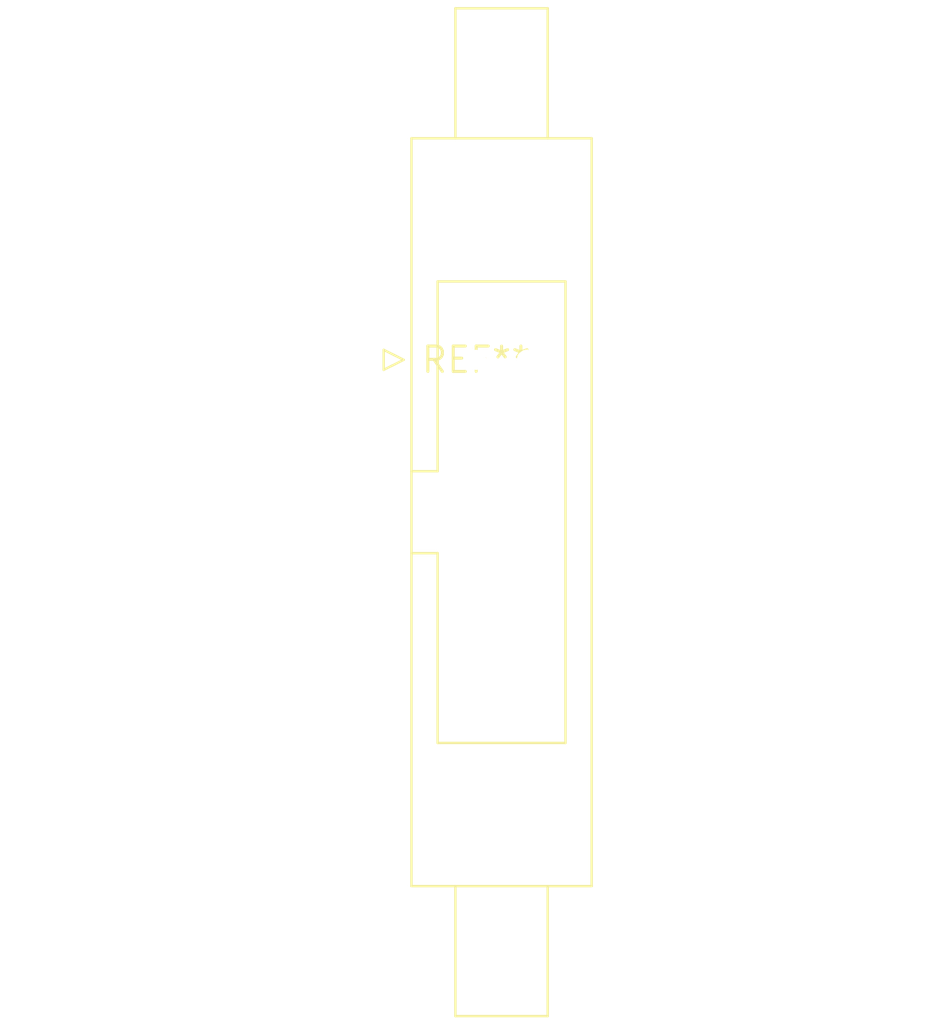
<source format=kicad_pcb>
(kicad_pcb (version 20240108) (generator pcbnew)
  (layers (0 "F.Cu" signal) (31 "B.Cu" signal) (34 "B.Paste" user) (35 "F.Paste" user) (36 "B.SilkS" user "B.Silkscreen") (37 "F.SilkS" user "F.Silkscreen") (38 "B.Mask" user) (39 "F.Mask" user) (44 "Edge.Cuts" user))
  (net 0 "")
  (footprint "IDC-Header_2x07_P2.54mm_Latch6.5mm_Vertical" (layer "F.Cu") (at 0 0)
    (property "Reference" "REF**")
    (property "Value" "IDC-Header_2x07_P2.54mm_Latch6.5mm_Vertical")
    (fp_line (start -4.63 -0.5) (end -4.63 0.5) (layer "F.SilkS") (stroke (width 0.12)))
    (fp_line (start -4.63 0.5) (end -3.63 0) (layer "F.SilkS") (stroke (width 0.12)))
    (fp_line (start -3.63 0) (end -4.63 -0.5) (layer "F.SilkS") (stroke (width 0.12)))
    (fp_line (start -3.24 -11.08) (end 5.78 -11.08) (layer "F.SilkS") (stroke (width 0.12)))
    (fp_line (start -3.24 5.57) (end -1.93 5.57) (layer "F.SilkS") (stroke (width 0.12)))
    (fp_line (start -3.24 26.32) (end -3.24 -11.08) (layer "F.SilkS") (stroke (width 0.12)))
    (fp_line (start -1.93 -3.92) (end 4.47 -3.92) (layer "F.SilkS") (stroke (width 0.12)))
    (fp_line (start -1.93 5.57) (end -1.93 -3.92) (layer "F.SilkS") (stroke (width 0.12)))
    (fp_line (start -1.93 9.67) (end -3.24 9.67) (layer "F.SilkS") (stroke (width 0.12)))
    (fp_line (start -1.93 9.67) (end -1.93 9.67) (layer "F.SilkS") (stroke (width 0.12)))
    (fp_line (start -1.93 19.16) (end -1.93 9.67) (layer "F.SilkS") (stroke (width 0.12)))
    (fp_line (start -1.04 -17.58) (end 3.58 -17.58) (layer "F.SilkS") (stroke (width 0.12)))
    (fp_line (start -1.04 -11.08) (end -1.04 -17.58) (layer "F.SilkS") (stroke (width 0.12)))
    (fp_line (start -1.04 26.32) (end -1.04 32.82) (layer "F.SilkS") (stroke (width 0.12)))
    (fp_line (start -1.04 32.82) (end 3.58 32.82) (layer "F.SilkS") (stroke (width 0.12)))
    (fp_line (start 3.58 -17.58) (end 3.58 -11.08) (layer "F.SilkS") (stroke (width 0.12)))
    (fp_line (start 3.58 32.82) (end 3.58 26.32) (layer "F.SilkS") (stroke (width 0.12)))
    (fp_line (start 4.47 -3.92) (end 4.47 19.16) (layer "F.SilkS") (stroke (width 0.12)))
    (fp_line (start 4.47 19.16) (end -1.93 19.16) (layer "F.SilkS") (stroke (width 0.12)))
    (fp_line (start 5.78 -11.08) (end 5.78 26.32) (layer "F.SilkS") (stroke (width 0.12)))
    (fp_line (start 5.78 26.32) (end -3.24 26.32) (layer "F.SilkS") (stroke (width 0.12)))
    (pad "1" thru_hole roundrect (at 0 0) (size 1.7 1.7) (drill 1) (layers *.Cu *.Mask) (remove_unused_layers) (roundrect_rratio 0.147059))
    (pad "2" thru_hole circle (at 2.54 0) (size 1.7 1.7) (drill 1) (layers *.Cu *.Mask) (remove_unused_layers))
    (pad "3" thru_hole circle (at 0 2.54) (size 1.7 1.7) (drill 1) (layers *.Cu *.Mask) (remove_unused_layers))
    (pad "4" thru_hole circle (at 2.54 2.54) (size 1.7 1.7) (drill 1) (layers *.Cu *.Mask) (remove_unused_layers))
    (pad "5" thru_hole circle (at 0 5.08) (size 1.7 1.7) (drill 1) (layers *.Cu *.Mask) (remove_unused_layers))
    (pad "6" thru_hole circle (at 2.54 5.08) (size 1.7 1.7) (drill 1) (layers *.Cu *.Mask) (remove_unused_layers))
    (pad "7" thru_hole circle (at 0 7.62) (size 1.7 1.7) (drill 1) (layers *.Cu *.Mask) (remove_unused_layers))
    (pad "8" thru_hole circle (at 2.54 7.62) (size 1.7 1.7) (drill 1) (layers *.Cu *.Mask) (remove_unused_layers))
    (pad "9" thru_hole circle (at 0 10.16) (size 1.7 1.7) (drill 1) (layers *.Cu *.Mask) (remove_unused_layers))
    (pad "10" thru_hole circle (at 2.54 10.16) (size 1.7 1.7) (drill 1) (layers *.Cu *.Mask) (remove_unused_layers))
    (pad "11" thru_hole circle (at 0 12.7) (size 1.7 1.7) (drill 1) (layers *.Cu *.Mask) (remove_unused_layers))
    (pad "12" thru_hole circle (at 2.54 12.7) (size 1.7 1.7) (drill 1) (layers *.Cu *.Mask) (remove_unused_layers))
    (pad "13" thru_hole circle (at 0 15.24) (size 1.7 1.7) (drill 1) (layers *.Cu *.Mask) (remove_unused_layers))
    (pad "14" thru_hole circle (at 2.54 15.24) (size 1.7 1.7) (drill 1) (layers *.Cu *.Mask) (remove_unused_layers))
  )
)
</source>
